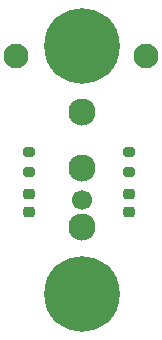
<source format=gbr>
%TF.GenerationSoftware,KiCad,Pcbnew,(6.0.11)*%
%TF.CreationDate,2023-02-04T21:30:25-06:00*%
%TF.ProjectId,Euclid Reverse Engineer,4575636c-6964-4205-9265-766572736520,rev?*%
%TF.SameCoordinates,Original*%
%TF.FileFunction,Soldermask,Bot*%
%TF.FilePolarity,Negative*%
%FSLAX46Y46*%
G04 Gerber Fmt 4.6, Leading zero omitted, Abs format (unit mm)*
G04 Created by KiCad (PCBNEW (6.0.11)) date 2023-02-04 21:30:25*
%MOMM*%
%LPD*%
G01*
G04 APERTURE LIST*
G04 Aperture macros list*
%AMRoundRect*
0 Rectangle with rounded corners*
0 $1 Rounding radius*
0 $2 $3 $4 $5 $6 $7 $8 $9 X,Y pos of 4 corners*
0 Add a 4 corners polygon primitive as box body*
4,1,4,$2,$3,$4,$5,$6,$7,$8,$9,$2,$3,0*
0 Add four circle primitives for the rounded corners*
1,1,$1+$1,$2,$3*
1,1,$1+$1,$4,$5*
1,1,$1+$1,$6,$7*
1,1,$1+$1,$8,$9*
0 Add four rect primitives between the rounded corners*
20,1,$1+$1,$2,$3,$4,$5,0*
20,1,$1+$1,$4,$5,$6,$7,0*
20,1,$1+$1,$6,$7,$8,$9,0*
20,1,$1+$1,$8,$9,$2,$3,0*%
G04 Aperture macros list end*
%ADD10C,2.100000*%
%ADD11C,2.300000*%
%ADD12C,1.700000*%
%ADD13C,0.800000*%
%ADD14C,6.400000*%
%ADD15RoundRect,0.200000X-0.275000X0.200000X-0.275000X-0.200000X0.275000X-0.200000X0.275000X0.200000X0*%
%ADD16RoundRect,0.218750X0.256250X-0.218750X0.256250X0.218750X-0.256250X0.218750X-0.256250X-0.218750X0*%
G04 APERTURE END LIST*
D10*
%TO.C,H4*%
X145200000Y-99000000D03*
%TD*%
D11*
%TO.C,J1*%
X150750000Y-113500000D03*
D12*
X150750000Y-111250000D03*
D11*
X150750000Y-108500000D03*
X150750000Y-103750000D03*
%TD*%
D13*
%TO.C,H2*%
X148350000Y-98200000D03*
X149052944Y-99897056D03*
X152447056Y-96502944D03*
X149052944Y-96502944D03*
X150750000Y-100600000D03*
D14*
X150750000Y-98200000D03*
D13*
X150750000Y-95800000D03*
X152447056Y-99897056D03*
X153150000Y-98200000D03*
%TD*%
D14*
%TO.C,H1*%
X150750000Y-119200000D03*
D13*
X149052944Y-120897056D03*
X153150000Y-119200000D03*
X149052944Y-117502944D03*
X152447056Y-117502944D03*
X150750000Y-121600000D03*
X152447056Y-120897056D03*
X150750000Y-116800000D03*
X148350000Y-119200000D03*
%TD*%
D10*
%TO.C,H3*%
X156200000Y-99000000D03*
%TD*%
D15*
%TO.C,R1*%
X154750000Y-107175000D03*
X154750000Y-108825000D03*
%TD*%
D16*
%TO.C,D1*%
X154750000Y-112287500D03*
X154750000Y-110712500D03*
%TD*%
%TO.C,D2*%
X146250000Y-112287500D03*
X146250000Y-110712500D03*
%TD*%
D15*
%TO.C,R2*%
X146250000Y-107175000D03*
X146250000Y-108825000D03*
%TD*%
M02*

</source>
